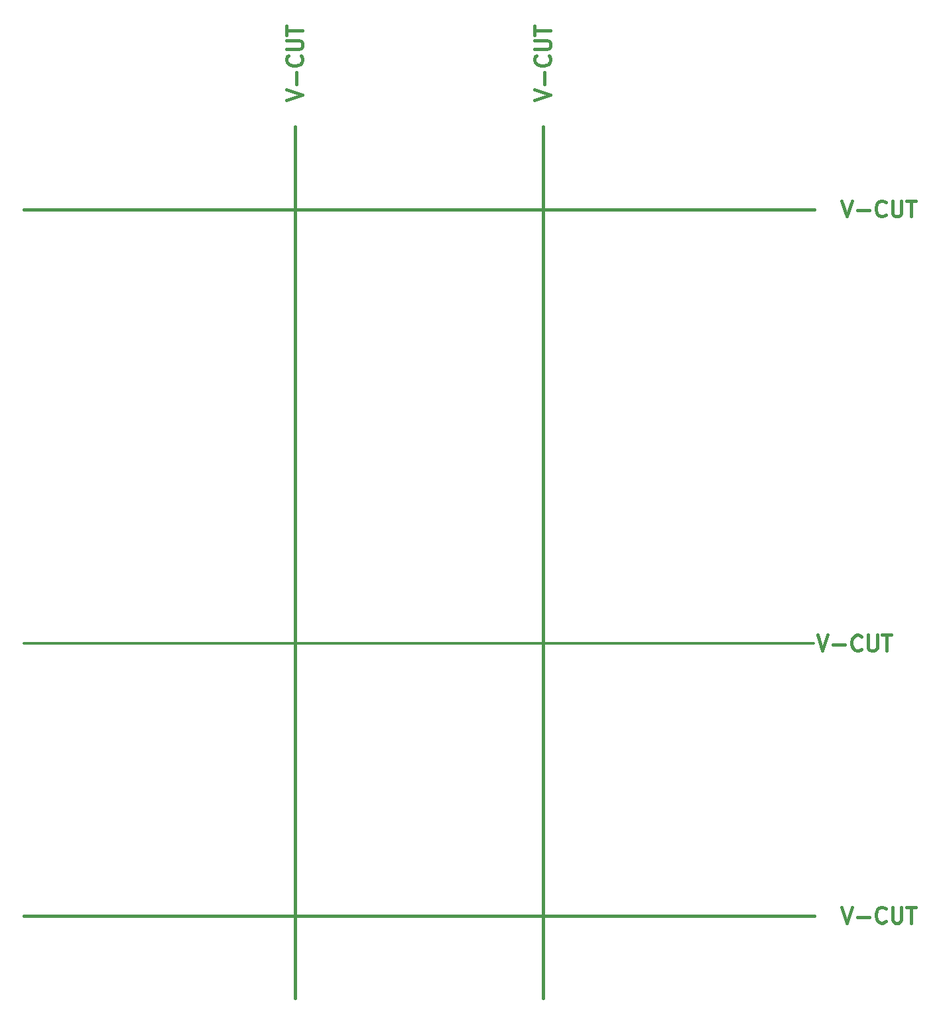
<source format=gbr>
%TF.GenerationSoftware,KiCad,Pcbnew,7.0.5*%
%TF.CreationDate,2023-08-02T13:00:21+02:00*%
%TF.ProjectId,actuator_panel,61637475-6174-46f7-925f-70616e656c2e,rev?*%
%TF.SameCoordinates,Original*%
%TF.FileFunction,Other,Comment*%
%FSLAX46Y46*%
G04 Gerber Fmt 4.6, Leading zero omitted, Abs format (unit mm)*
G04 Created by KiCad (PCBNEW 7.0.5) date 2023-08-02 13:00:21*
%MOMM*%
%LPD*%
G01*
G04 APERTURE LIST*
%ADD10C,0.400000*%
%ADD11C,0.300000*%
G04 APERTURE END LIST*
D10*
X199328633Y-81854438D02*
X199995299Y-83854438D01*
X199995299Y-83854438D02*
X200661966Y-81854438D01*
X201328633Y-83092533D02*
X202852443Y-83092533D01*
X204947680Y-83663961D02*
X204852442Y-83759200D01*
X204852442Y-83759200D02*
X204566728Y-83854438D01*
X204566728Y-83854438D02*
X204376252Y-83854438D01*
X204376252Y-83854438D02*
X204090537Y-83759200D01*
X204090537Y-83759200D02*
X203900061Y-83568723D01*
X203900061Y-83568723D02*
X203804823Y-83378247D01*
X203804823Y-83378247D02*
X203709585Y-82997295D01*
X203709585Y-82997295D02*
X203709585Y-82711580D01*
X203709585Y-82711580D02*
X203804823Y-82330628D01*
X203804823Y-82330628D02*
X203900061Y-82140152D01*
X203900061Y-82140152D02*
X204090537Y-81949676D01*
X204090537Y-81949676D02*
X204376252Y-81854438D01*
X204376252Y-81854438D02*
X204566728Y-81854438D01*
X204566728Y-81854438D02*
X204852442Y-81949676D01*
X204852442Y-81949676D02*
X204947680Y-82044914D01*
X205804823Y-81854438D02*
X205804823Y-83473485D01*
X205804823Y-83473485D02*
X205900061Y-83663961D01*
X205900061Y-83663961D02*
X205995299Y-83759200D01*
X205995299Y-83759200D02*
X206185775Y-83854438D01*
X206185775Y-83854438D02*
X206566728Y-83854438D01*
X206566728Y-83854438D02*
X206757204Y-83759200D01*
X206757204Y-83759200D02*
X206852442Y-83663961D01*
X206852442Y-83663961D02*
X206947680Y-83473485D01*
X206947680Y-83473485D02*
X206947680Y-81854438D01*
X207614347Y-81854438D02*
X208757204Y-81854438D01*
X208185775Y-83854438D02*
X208185775Y-81854438D01*
D11*
X167225000Y-82950000D02*
X129675000Y-82950000D01*
X198875000Y-82950000D02*
X161325000Y-82950000D01*
X135575000Y-82950000D02*
X98025000Y-82950000D01*
D10*
X132670000Y-17000000D02*
X132670000Y-128200000D01*
X98025000Y-27500000D02*
X198975000Y-27500000D01*
X164330000Y-17000000D02*
X164330000Y-128200000D01*
X98025000Y-117700000D02*
X198975000Y-117700000D01*
X202428633Y-26404438D02*
X203095299Y-28404438D01*
X203095299Y-28404438D02*
X203761966Y-26404438D01*
X204428633Y-27642533D02*
X205952443Y-27642533D01*
X208047680Y-28213961D02*
X207952442Y-28309200D01*
X207952442Y-28309200D02*
X207666728Y-28404438D01*
X207666728Y-28404438D02*
X207476252Y-28404438D01*
X207476252Y-28404438D02*
X207190537Y-28309200D01*
X207190537Y-28309200D02*
X207000061Y-28118723D01*
X207000061Y-28118723D02*
X206904823Y-27928247D01*
X206904823Y-27928247D02*
X206809585Y-27547295D01*
X206809585Y-27547295D02*
X206809585Y-27261580D01*
X206809585Y-27261580D02*
X206904823Y-26880628D01*
X206904823Y-26880628D02*
X207000061Y-26690152D01*
X207000061Y-26690152D02*
X207190537Y-26499676D01*
X207190537Y-26499676D02*
X207476252Y-26404438D01*
X207476252Y-26404438D02*
X207666728Y-26404438D01*
X207666728Y-26404438D02*
X207952442Y-26499676D01*
X207952442Y-26499676D02*
X208047680Y-26594914D01*
X208904823Y-26404438D02*
X208904823Y-28023485D01*
X208904823Y-28023485D02*
X209000061Y-28213961D01*
X209000061Y-28213961D02*
X209095299Y-28309200D01*
X209095299Y-28309200D02*
X209285775Y-28404438D01*
X209285775Y-28404438D02*
X209666728Y-28404438D01*
X209666728Y-28404438D02*
X209857204Y-28309200D01*
X209857204Y-28309200D02*
X209952442Y-28213961D01*
X209952442Y-28213961D02*
X210047680Y-28023485D01*
X210047680Y-28023485D02*
X210047680Y-26404438D01*
X210714347Y-26404438D02*
X211857204Y-26404438D01*
X211285775Y-28404438D02*
X211285775Y-26404438D01*
X202428633Y-116604438D02*
X203095299Y-118604438D01*
X203095299Y-118604438D02*
X203761966Y-116604438D01*
X204428633Y-117842533D02*
X205952443Y-117842533D01*
X208047680Y-118413961D02*
X207952442Y-118509200D01*
X207952442Y-118509200D02*
X207666728Y-118604438D01*
X207666728Y-118604438D02*
X207476252Y-118604438D01*
X207476252Y-118604438D02*
X207190537Y-118509200D01*
X207190537Y-118509200D02*
X207000061Y-118318723D01*
X207000061Y-118318723D02*
X206904823Y-118128247D01*
X206904823Y-118128247D02*
X206809585Y-117747295D01*
X206809585Y-117747295D02*
X206809585Y-117461580D01*
X206809585Y-117461580D02*
X206904823Y-117080628D01*
X206904823Y-117080628D02*
X207000061Y-116890152D01*
X207000061Y-116890152D02*
X207190537Y-116699676D01*
X207190537Y-116699676D02*
X207476252Y-116604438D01*
X207476252Y-116604438D02*
X207666728Y-116604438D01*
X207666728Y-116604438D02*
X207952442Y-116699676D01*
X207952442Y-116699676D02*
X208047680Y-116794914D01*
X208904823Y-116604438D02*
X208904823Y-118223485D01*
X208904823Y-118223485D02*
X209000061Y-118413961D01*
X209000061Y-118413961D02*
X209095299Y-118509200D01*
X209095299Y-118509200D02*
X209285775Y-118604438D01*
X209285775Y-118604438D02*
X209666728Y-118604438D01*
X209666728Y-118604438D02*
X209857204Y-118509200D01*
X209857204Y-118509200D02*
X209952442Y-118413961D01*
X209952442Y-118413961D02*
X210047680Y-118223485D01*
X210047680Y-118223485D02*
X210047680Y-116604438D01*
X210714347Y-116604438D02*
X211857204Y-116604438D01*
X211285775Y-118604438D02*
X211285775Y-116604438D01*
X163234438Y-13546366D02*
X165234438Y-12879700D01*
X165234438Y-12879700D02*
X163234438Y-12213033D01*
X164472533Y-11546366D02*
X164472533Y-10022557D01*
X165043961Y-7927319D02*
X165139200Y-8022557D01*
X165139200Y-8022557D02*
X165234438Y-8308271D01*
X165234438Y-8308271D02*
X165234438Y-8498747D01*
X165234438Y-8498747D02*
X165139200Y-8784462D01*
X165139200Y-8784462D02*
X164948723Y-8974938D01*
X164948723Y-8974938D02*
X164758247Y-9070176D01*
X164758247Y-9070176D02*
X164377295Y-9165414D01*
X164377295Y-9165414D02*
X164091580Y-9165414D01*
X164091580Y-9165414D02*
X163710628Y-9070176D01*
X163710628Y-9070176D02*
X163520152Y-8974938D01*
X163520152Y-8974938D02*
X163329676Y-8784462D01*
X163329676Y-8784462D02*
X163234438Y-8498747D01*
X163234438Y-8498747D02*
X163234438Y-8308271D01*
X163234438Y-8308271D02*
X163329676Y-8022557D01*
X163329676Y-8022557D02*
X163424914Y-7927319D01*
X163234438Y-7070176D02*
X164853485Y-7070176D01*
X164853485Y-7070176D02*
X165043961Y-6974938D01*
X165043961Y-6974938D02*
X165139200Y-6879700D01*
X165139200Y-6879700D02*
X165234438Y-6689224D01*
X165234438Y-6689224D02*
X165234438Y-6308271D01*
X165234438Y-6308271D02*
X165139200Y-6117795D01*
X165139200Y-6117795D02*
X165043961Y-6022557D01*
X165043961Y-6022557D02*
X164853485Y-5927319D01*
X164853485Y-5927319D02*
X163234438Y-5927319D01*
X163234438Y-5260652D02*
X163234438Y-4117795D01*
X165234438Y-4689224D02*
X163234438Y-4689224D01*
X131574438Y-13546366D02*
X133574438Y-12879700D01*
X133574438Y-12879700D02*
X131574438Y-12213033D01*
X132812533Y-11546366D02*
X132812533Y-10022557D01*
X133383961Y-7927319D02*
X133479200Y-8022557D01*
X133479200Y-8022557D02*
X133574438Y-8308271D01*
X133574438Y-8308271D02*
X133574438Y-8498747D01*
X133574438Y-8498747D02*
X133479200Y-8784462D01*
X133479200Y-8784462D02*
X133288723Y-8974938D01*
X133288723Y-8974938D02*
X133098247Y-9070176D01*
X133098247Y-9070176D02*
X132717295Y-9165414D01*
X132717295Y-9165414D02*
X132431580Y-9165414D01*
X132431580Y-9165414D02*
X132050628Y-9070176D01*
X132050628Y-9070176D02*
X131860152Y-8974938D01*
X131860152Y-8974938D02*
X131669676Y-8784462D01*
X131669676Y-8784462D02*
X131574438Y-8498747D01*
X131574438Y-8498747D02*
X131574438Y-8308271D01*
X131574438Y-8308271D02*
X131669676Y-8022557D01*
X131669676Y-8022557D02*
X131764914Y-7927319D01*
X131574438Y-7070176D02*
X133193485Y-7070176D01*
X133193485Y-7070176D02*
X133383961Y-6974938D01*
X133383961Y-6974938D02*
X133479200Y-6879700D01*
X133479200Y-6879700D02*
X133574438Y-6689224D01*
X133574438Y-6689224D02*
X133574438Y-6308271D01*
X133574438Y-6308271D02*
X133479200Y-6117795D01*
X133479200Y-6117795D02*
X133383961Y-6022557D01*
X133383961Y-6022557D02*
X133193485Y-5927319D01*
X133193485Y-5927319D02*
X131574438Y-5927319D01*
X131574438Y-5260652D02*
X131574438Y-4117795D01*
X133574438Y-4689224D02*
X131574438Y-4689224D01*
M02*

</source>
